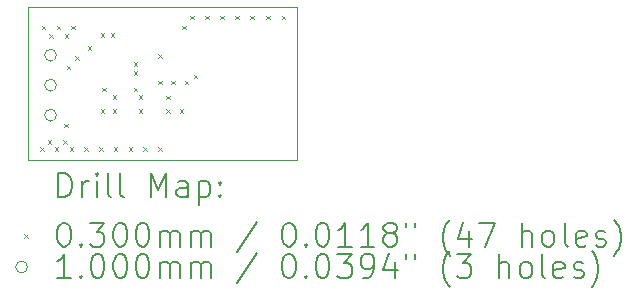
<source format=gbr>
%TF.GenerationSoftware,KiCad,Pcbnew,8.0.5-dirty*%
%TF.CreationDate,2025-05-16T12:44:24-07:00*%
%TF.ProjectId,yorp,796f7270-2e6b-4696-9361-645f70636258,rev?*%
%TF.SameCoordinates,Original*%
%TF.FileFunction,Drillmap*%
%TF.FilePolarity,Positive*%
%FSLAX45Y45*%
G04 Gerber Fmt 4.5, Leading zero omitted, Abs format (unit mm)*
G04 Created by KiCad (PCBNEW 8.0.5-dirty) date 2025-05-16 12:44:24*
%MOMM*%
%LPD*%
G01*
G04 APERTURE LIST*
%ADD10C,0.050000*%
%ADD11C,0.200000*%
%ADD12C,0.100000*%
G04 APERTURE END LIST*
D10*
X7307500Y-7886500D02*
X9582500Y-7886500D01*
X9582500Y-9180500D01*
X7307500Y-9180500D01*
X7307500Y-7886500D01*
D11*
D12*
X7410000Y-9075000D02*
X7440000Y-9105000D01*
X7440000Y-9075000D02*
X7410000Y-9105000D01*
X7425000Y-8045000D02*
X7455000Y-8075000D01*
X7455000Y-8045000D02*
X7425000Y-8075000D01*
X7475000Y-9015000D02*
X7505000Y-9045000D01*
X7505000Y-9015000D02*
X7475000Y-9045000D01*
X7490000Y-8115000D02*
X7520000Y-8145000D01*
X7520000Y-8115000D02*
X7490000Y-8145000D01*
X7535000Y-9075000D02*
X7565000Y-9105000D01*
X7565000Y-9075000D02*
X7535000Y-9105000D01*
X7550000Y-8045000D02*
X7580000Y-8075000D01*
X7580000Y-8045000D02*
X7550000Y-8075000D01*
X7605000Y-9015000D02*
X7635000Y-9045000D01*
X7635000Y-9015000D02*
X7605000Y-9045000D01*
X7615000Y-8875000D02*
X7645000Y-8905000D01*
X7645000Y-8875000D02*
X7615000Y-8905000D01*
X7620000Y-8115000D02*
X7650000Y-8145000D01*
X7650000Y-8115000D02*
X7620000Y-8145000D01*
X7635000Y-8382500D02*
X7665000Y-8412500D01*
X7665000Y-8382500D02*
X7635000Y-8412500D01*
X7660000Y-9075000D02*
X7690000Y-9105000D01*
X7690000Y-9075000D02*
X7660000Y-9105000D01*
X7675000Y-8045000D02*
X7705000Y-8075000D01*
X7705000Y-8045000D02*
X7675000Y-8075000D01*
X7710000Y-8302500D02*
X7740000Y-8332500D01*
X7740000Y-8302500D02*
X7710000Y-8332500D01*
X7785000Y-9075000D02*
X7815000Y-9105000D01*
X7815000Y-9075000D02*
X7785000Y-9105000D01*
X7815000Y-8220000D02*
X7845000Y-8250000D01*
X7845000Y-8220000D02*
X7815000Y-8250000D01*
X7910000Y-9075000D02*
X7940000Y-9105000D01*
X7940000Y-9075000D02*
X7910000Y-9105000D01*
X7922500Y-8107500D02*
X7952500Y-8137500D01*
X7952500Y-8107500D02*
X7922500Y-8137500D01*
X7925000Y-8750000D02*
X7955000Y-8780000D01*
X7955000Y-8750000D02*
X7925000Y-8780000D01*
X7935000Y-8567500D02*
X7965000Y-8597500D01*
X7965000Y-8567500D02*
X7935000Y-8597500D01*
X8010000Y-8109683D02*
X8040000Y-8139683D01*
X8040000Y-8109683D02*
X8010000Y-8139683D01*
X8027500Y-8635000D02*
X8057500Y-8665000D01*
X8057500Y-8635000D02*
X8027500Y-8665000D01*
X8027500Y-8750000D02*
X8057500Y-8780000D01*
X8057500Y-8750000D02*
X8027500Y-8780000D01*
X8035000Y-9075000D02*
X8065000Y-9105000D01*
X8065000Y-9075000D02*
X8035000Y-9105000D01*
X8160000Y-9075000D02*
X8190000Y-9105000D01*
X8190000Y-9075000D02*
X8160000Y-9105000D01*
X8202500Y-8355000D02*
X8232500Y-8385000D01*
X8232500Y-8355000D02*
X8202500Y-8385000D01*
X8202500Y-8430000D02*
X8232500Y-8460000D01*
X8232500Y-8430000D02*
X8202500Y-8460000D01*
X8205000Y-8567500D02*
X8235000Y-8597500D01*
X8235000Y-8567500D02*
X8205000Y-8597500D01*
X8245000Y-8635000D02*
X8275000Y-8665000D01*
X8275000Y-8635000D02*
X8245000Y-8665000D01*
X8245000Y-8750000D02*
X8275000Y-8780000D01*
X8275000Y-8750000D02*
X8245000Y-8780000D01*
X8285000Y-9075000D02*
X8315000Y-9105000D01*
X8315000Y-9075000D02*
X8285000Y-9105000D01*
X8410000Y-8285000D02*
X8440000Y-8315000D01*
X8440000Y-8285000D02*
X8410000Y-8315000D01*
X8410000Y-8510000D02*
X8440000Y-8540000D01*
X8440000Y-8510000D02*
X8410000Y-8540000D01*
X8410000Y-9075000D02*
X8440000Y-9105000D01*
X8440000Y-9075000D02*
X8410000Y-9105000D01*
X8477500Y-8637500D02*
X8507500Y-8667500D01*
X8507500Y-8637500D02*
X8477500Y-8667500D01*
X8477500Y-8752500D02*
X8507500Y-8782500D01*
X8507500Y-8752500D02*
X8477500Y-8782500D01*
X8520000Y-8510000D02*
X8550000Y-8540000D01*
X8550000Y-8510000D02*
X8520000Y-8540000D01*
X8592500Y-8752500D02*
X8622500Y-8782500D01*
X8622500Y-8752500D02*
X8592500Y-8782500D01*
X8612500Y-8045000D02*
X8642500Y-8075000D01*
X8642500Y-8045000D02*
X8612500Y-8075000D01*
X8635000Y-8510000D02*
X8665000Y-8540000D01*
X8665000Y-8510000D02*
X8635000Y-8540000D01*
X8682500Y-7960000D02*
X8712500Y-7990000D01*
X8712500Y-7960000D02*
X8682500Y-7990000D01*
X8710000Y-8460000D02*
X8740000Y-8490000D01*
X8740000Y-8460000D02*
X8710000Y-8490000D01*
X8810000Y-7960000D02*
X8840000Y-7990000D01*
X8840000Y-7960000D02*
X8810000Y-7990000D01*
X8937500Y-7960000D02*
X8967500Y-7990000D01*
X8967500Y-7960000D02*
X8937500Y-7990000D01*
X9065000Y-7960000D02*
X9095000Y-7990000D01*
X9095000Y-7960000D02*
X9065000Y-7990000D01*
X9190000Y-7960000D02*
X9220000Y-7990000D01*
X9220000Y-7960000D02*
X9190000Y-7990000D01*
X9327500Y-7960000D02*
X9357500Y-7990000D01*
X9357500Y-7960000D02*
X9327500Y-7990000D01*
X9455000Y-7960000D02*
X9485000Y-7990000D01*
X9485000Y-7960000D02*
X9455000Y-7990000D01*
X7550000Y-8293500D02*
G75*
G02*
X7450000Y-8293500I-50000J0D01*
G01*
X7450000Y-8293500D02*
G75*
G02*
X7550000Y-8293500I50000J0D01*
G01*
X7550000Y-8547500D02*
G75*
G02*
X7450000Y-8547500I-50000J0D01*
G01*
X7450000Y-8547500D02*
G75*
G02*
X7550000Y-8547500I50000J0D01*
G01*
X7550000Y-8801500D02*
G75*
G02*
X7450000Y-8801500I-50000J0D01*
G01*
X7450000Y-8801500D02*
G75*
G02*
X7550000Y-8801500I50000J0D01*
G01*
D11*
X7565777Y-9494484D02*
X7565777Y-9294484D01*
X7565777Y-9294484D02*
X7613396Y-9294484D01*
X7613396Y-9294484D02*
X7641967Y-9304008D01*
X7641967Y-9304008D02*
X7661015Y-9323055D01*
X7661015Y-9323055D02*
X7670539Y-9342103D01*
X7670539Y-9342103D02*
X7680062Y-9380198D01*
X7680062Y-9380198D02*
X7680062Y-9408770D01*
X7680062Y-9408770D02*
X7670539Y-9446865D01*
X7670539Y-9446865D02*
X7661015Y-9465912D01*
X7661015Y-9465912D02*
X7641967Y-9484960D01*
X7641967Y-9484960D02*
X7613396Y-9494484D01*
X7613396Y-9494484D02*
X7565777Y-9494484D01*
X7765777Y-9494484D02*
X7765777Y-9361150D01*
X7765777Y-9399246D02*
X7775301Y-9380198D01*
X7775301Y-9380198D02*
X7784824Y-9370674D01*
X7784824Y-9370674D02*
X7803872Y-9361150D01*
X7803872Y-9361150D02*
X7822920Y-9361150D01*
X7889586Y-9494484D02*
X7889586Y-9361150D01*
X7889586Y-9294484D02*
X7880062Y-9304008D01*
X7880062Y-9304008D02*
X7889586Y-9313531D01*
X7889586Y-9313531D02*
X7899110Y-9304008D01*
X7899110Y-9304008D02*
X7889586Y-9294484D01*
X7889586Y-9294484D02*
X7889586Y-9313531D01*
X8013396Y-9494484D02*
X7994348Y-9484960D01*
X7994348Y-9484960D02*
X7984824Y-9465912D01*
X7984824Y-9465912D02*
X7984824Y-9294484D01*
X8118158Y-9494484D02*
X8099110Y-9484960D01*
X8099110Y-9484960D02*
X8089586Y-9465912D01*
X8089586Y-9465912D02*
X8089586Y-9294484D01*
X8346729Y-9494484D02*
X8346729Y-9294484D01*
X8346729Y-9294484D02*
X8413396Y-9437341D01*
X8413396Y-9437341D02*
X8480063Y-9294484D01*
X8480063Y-9294484D02*
X8480063Y-9494484D01*
X8661015Y-9494484D02*
X8661015Y-9389722D01*
X8661015Y-9389722D02*
X8651491Y-9370674D01*
X8651491Y-9370674D02*
X8632444Y-9361150D01*
X8632444Y-9361150D02*
X8594348Y-9361150D01*
X8594348Y-9361150D02*
X8575301Y-9370674D01*
X8661015Y-9484960D02*
X8641967Y-9494484D01*
X8641967Y-9494484D02*
X8594348Y-9494484D01*
X8594348Y-9494484D02*
X8575301Y-9484960D01*
X8575301Y-9484960D02*
X8565777Y-9465912D01*
X8565777Y-9465912D02*
X8565777Y-9446865D01*
X8565777Y-9446865D02*
X8575301Y-9427817D01*
X8575301Y-9427817D02*
X8594348Y-9418293D01*
X8594348Y-9418293D02*
X8641967Y-9418293D01*
X8641967Y-9418293D02*
X8661015Y-9408770D01*
X8756253Y-9361150D02*
X8756253Y-9561150D01*
X8756253Y-9370674D02*
X8775301Y-9361150D01*
X8775301Y-9361150D02*
X8813396Y-9361150D01*
X8813396Y-9361150D02*
X8832444Y-9370674D01*
X8832444Y-9370674D02*
X8841967Y-9380198D01*
X8841967Y-9380198D02*
X8851491Y-9399246D01*
X8851491Y-9399246D02*
X8851491Y-9456389D01*
X8851491Y-9456389D02*
X8841967Y-9475436D01*
X8841967Y-9475436D02*
X8832444Y-9484960D01*
X8832444Y-9484960D02*
X8813396Y-9494484D01*
X8813396Y-9494484D02*
X8775301Y-9494484D01*
X8775301Y-9494484D02*
X8756253Y-9484960D01*
X8937205Y-9475436D02*
X8946729Y-9484960D01*
X8946729Y-9484960D02*
X8937205Y-9494484D01*
X8937205Y-9494484D02*
X8927682Y-9484960D01*
X8927682Y-9484960D02*
X8937205Y-9475436D01*
X8937205Y-9475436D02*
X8937205Y-9494484D01*
X8937205Y-9370674D02*
X8946729Y-9380198D01*
X8946729Y-9380198D02*
X8937205Y-9389722D01*
X8937205Y-9389722D02*
X8927682Y-9380198D01*
X8927682Y-9380198D02*
X8937205Y-9370674D01*
X8937205Y-9370674D02*
X8937205Y-9389722D01*
D12*
X7275000Y-9808000D02*
X7305000Y-9838000D01*
X7305000Y-9808000D02*
X7275000Y-9838000D01*
D11*
X7603872Y-9714484D02*
X7622920Y-9714484D01*
X7622920Y-9714484D02*
X7641967Y-9724008D01*
X7641967Y-9724008D02*
X7651491Y-9733531D01*
X7651491Y-9733531D02*
X7661015Y-9752579D01*
X7661015Y-9752579D02*
X7670539Y-9790674D01*
X7670539Y-9790674D02*
X7670539Y-9838293D01*
X7670539Y-9838293D02*
X7661015Y-9876389D01*
X7661015Y-9876389D02*
X7651491Y-9895436D01*
X7651491Y-9895436D02*
X7641967Y-9904960D01*
X7641967Y-9904960D02*
X7622920Y-9914484D01*
X7622920Y-9914484D02*
X7603872Y-9914484D01*
X7603872Y-9914484D02*
X7584824Y-9904960D01*
X7584824Y-9904960D02*
X7575301Y-9895436D01*
X7575301Y-9895436D02*
X7565777Y-9876389D01*
X7565777Y-9876389D02*
X7556253Y-9838293D01*
X7556253Y-9838293D02*
X7556253Y-9790674D01*
X7556253Y-9790674D02*
X7565777Y-9752579D01*
X7565777Y-9752579D02*
X7575301Y-9733531D01*
X7575301Y-9733531D02*
X7584824Y-9724008D01*
X7584824Y-9724008D02*
X7603872Y-9714484D01*
X7756253Y-9895436D02*
X7765777Y-9904960D01*
X7765777Y-9904960D02*
X7756253Y-9914484D01*
X7756253Y-9914484D02*
X7746729Y-9904960D01*
X7746729Y-9904960D02*
X7756253Y-9895436D01*
X7756253Y-9895436D02*
X7756253Y-9914484D01*
X7832443Y-9714484D02*
X7956253Y-9714484D01*
X7956253Y-9714484D02*
X7889586Y-9790674D01*
X7889586Y-9790674D02*
X7918158Y-9790674D01*
X7918158Y-9790674D02*
X7937205Y-9800198D01*
X7937205Y-9800198D02*
X7946729Y-9809722D01*
X7946729Y-9809722D02*
X7956253Y-9828770D01*
X7956253Y-9828770D02*
X7956253Y-9876389D01*
X7956253Y-9876389D02*
X7946729Y-9895436D01*
X7946729Y-9895436D02*
X7937205Y-9904960D01*
X7937205Y-9904960D02*
X7918158Y-9914484D01*
X7918158Y-9914484D02*
X7861015Y-9914484D01*
X7861015Y-9914484D02*
X7841967Y-9904960D01*
X7841967Y-9904960D02*
X7832443Y-9895436D01*
X8080062Y-9714484D02*
X8099110Y-9714484D01*
X8099110Y-9714484D02*
X8118158Y-9724008D01*
X8118158Y-9724008D02*
X8127682Y-9733531D01*
X8127682Y-9733531D02*
X8137205Y-9752579D01*
X8137205Y-9752579D02*
X8146729Y-9790674D01*
X8146729Y-9790674D02*
X8146729Y-9838293D01*
X8146729Y-9838293D02*
X8137205Y-9876389D01*
X8137205Y-9876389D02*
X8127682Y-9895436D01*
X8127682Y-9895436D02*
X8118158Y-9904960D01*
X8118158Y-9904960D02*
X8099110Y-9914484D01*
X8099110Y-9914484D02*
X8080062Y-9914484D01*
X8080062Y-9914484D02*
X8061015Y-9904960D01*
X8061015Y-9904960D02*
X8051491Y-9895436D01*
X8051491Y-9895436D02*
X8041967Y-9876389D01*
X8041967Y-9876389D02*
X8032443Y-9838293D01*
X8032443Y-9838293D02*
X8032443Y-9790674D01*
X8032443Y-9790674D02*
X8041967Y-9752579D01*
X8041967Y-9752579D02*
X8051491Y-9733531D01*
X8051491Y-9733531D02*
X8061015Y-9724008D01*
X8061015Y-9724008D02*
X8080062Y-9714484D01*
X8270539Y-9714484D02*
X8289586Y-9714484D01*
X8289586Y-9714484D02*
X8308634Y-9724008D01*
X8308634Y-9724008D02*
X8318158Y-9733531D01*
X8318158Y-9733531D02*
X8327682Y-9752579D01*
X8327682Y-9752579D02*
X8337205Y-9790674D01*
X8337205Y-9790674D02*
X8337205Y-9838293D01*
X8337205Y-9838293D02*
X8327682Y-9876389D01*
X8327682Y-9876389D02*
X8318158Y-9895436D01*
X8318158Y-9895436D02*
X8308634Y-9904960D01*
X8308634Y-9904960D02*
X8289586Y-9914484D01*
X8289586Y-9914484D02*
X8270539Y-9914484D01*
X8270539Y-9914484D02*
X8251491Y-9904960D01*
X8251491Y-9904960D02*
X8241967Y-9895436D01*
X8241967Y-9895436D02*
X8232443Y-9876389D01*
X8232443Y-9876389D02*
X8222920Y-9838293D01*
X8222920Y-9838293D02*
X8222920Y-9790674D01*
X8222920Y-9790674D02*
X8232443Y-9752579D01*
X8232443Y-9752579D02*
X8241967Y-9733531D01*
X8241967Y-9733531D02*
X8251491Y-9724008D01*
X8251491Y-9724008D02*
X8270539Y-9714484D01*
X8422920Y-9914484D02*
X8422920Y-9781150D01*
X8422920Y-9800198D02*
X8432444Y-9790674D01*
X8432444Y-9790674D02*
X8451491Y-9781150D01*
X8451491Y-9781150D02*
X8480063Y-9781150D01*
X8480063Y-9781150D02*
X8499110Y-9790674D01*
X8499110Y-9790674D02*
X8508634Y-9809722D01*
X8508634Y-9809722D02*
X8508634Y-9914484D01*
X8508634Y-9809722D02*
X8518158Y-9790674D01*
X8518158Y-9790674D02*
X8537205Y-9781150D01*
X8537205Y-9781150D02*
X8565777Y-9781150D01*
X8565777Y-9781150D02*
X8584825Y-9790674D01*
X8584825Y-9790674D02*
X8594348Y-9809722D01*
X8594348Y-9809722D02*
X8594348Y-9914484D01*
X8689586Y-9914484D02*
X8689586Y-9781150D01*
X8689586Y-9800198D02*
X8699110Y-9790674D01*
X8699110Y-9790674D02*
X8718158Y-9781150D01*
X8718158Y-9781150D02*
X8746729Y-9781150D01*
X8746729Y-9781150D02*
X8765777Y-9790674D01*
X8765777Y-9790674D02*
X8775301Y-9809722D01*
X8775301Y-9809722D02*
X8775301Y-9914484D01*
X8775301Y-9809722D02*
X8784825Y-9790674D01*
X8784825Y-9790674D02*
X8803872Y-9781150D01*
X8803872Y-9781150D02*
X8832444Y-9781150D01*
X8832444Y-9781150D02*
X8851491Y-9790674D01*
X8851491Y-9790674D02*
X8861015Y-9809722D01*
X8861015Y-9809722D02*
X8861015Y-9914484D01*
X9251491Y-9704960D02*
X9080063Y-9962103D01*
X9508634Y-9714484D02*
X9527682Y-9714484D01*
X9527682Y-9714484D02*
X9546729Y-9724008D01*
X9546729Y-9724008D02*
X9556253Y-9733531D01*
X9556253Y-9733531D02*
X9565777Y-9752579D01*
X9565777Y-9752579D02*
X9575301Y-9790674D01*
X9575301Y-9790674D02*
X9575301Y-9838293D01*
X9575301Y-9838293D02*
X9565777Y-9876389D01*
X9565777Y-9876389D02*
X9556253Y-9895436D01*
X9556253Y-9895436D02*
X9546729Y-9904960D01*
X9546729Y-9904960D02*
X9527682Y-9914484D01*
X9527682Y-9914484D02*
X9508634Y-9914484D01*
X9508634Y-9914484D02*
X9489587Y-9904960D01*
X9489587Y-9904960D02*
X9480063Y-9895436D01*
X9480063Y-9895436D02*
X9470539Y-9876389D01*
X9470539Y-9876389D02*
X9461015Y-9838293D01*
X9461015Y-9838293D02*
X9461015Y-9790674D01*
X9461015Y-9790674D02*
X9470539Y-9752579D01*
X9470539Y-9752579D02*
X9480063Y-9733531D01*
X9480063Y-9733531D02*
X9489587Y-9724008D01*
X9489587Y-9724008D02*
X9508634Y-9714484D01*
X9661015Y-9895436D02*
X9670539Y-9904960D01*
X9670539Y-9904960D02*
X9661015Y-9914484D01*
X9661015Y-9914484D02*
X9651491Y-9904960D01*
X9651491Y-9904960D02*
X9661015Y-9895436D01*
X9661015Y-9895436D02*
X9661015Y-9914484D01*
X9794348Y-9714484D02*
X9813396Y-9714484D01*
X9813396Y-9714484D02*
X9832444Y-9724008D01*
X9832444Y-9724008D02*
X9841968Y-9733531D01*
X9841968Y-9733531D02*
X9851491Y-9752579D01*
X9851491Y-9752579D02*
X9861015Y-9790674D01*
X9861015Y-9790674D02*
X9861015Y-9838293D01*
X9861015Y-9838293D02*
X9851491Y-9876389D01*
X9851491Y-9876389D02*
X9841968Y-9895436D01*
X9841968Y-9895436D02*
X9832444Y-9904960D01*
X9832444Y-9904960D02*
X9813396Y-9914484D01*
X9813396Y-9914484D02*
X9794348Y-9914484D01*
X9794348Y-9914484D02*
X9775301Y-9904960D01*
X9775301Y-9904960D02*
X9765777Y-9895436D01*
X9765777Y-9895436D02*
X9756253Y-9876389D01*
X9756253Y-9876389D02*
X9746729Y-9838293D01*
X9746729Y-9838293D02*
X9746729Y-9790674D01*
X9746729Y-9790674D02*
X9756253Y-9752579D01*
X9756253Y-9752579D02*
X9765777Y-9733531D01*
X9765777Y-9733531D02*
X9775301Y-9724008D01*
X9775301Y-9724008D02*
X9794348Y-9714484D01*
X10051491Y-9914484D02*
X9937206Y-9914484D01*
X9994348Y-9914484D02*
X9994348Y-9714484D01*
X9994348Y-9714484D02*
X9975301Y-9743055D01*
X9975301Y-9743055D02*
X9956253Y-9762103D01*
X9956253Y-9762103D02*
X9937206Y-9771627D01*
X10241968Y-9914484D02*
X10127682Y-9914484D01*
X10184825Y-9914484D02*
X10184825Y-9714484D01*
X10184825Y-9714484D02*
X10165777Y-9743055D01*
X10165777Y-9743055D02*
X10146729Y-9762103D01*
X10146729Y-9762103D02*
X10127682Y-9771627D01*
X10356253Y-9800198D02*
X10337206Y-9790674D01*
X10337206Y-9790674D02*
X10327682Y-9781150D01*
X10327682Y-9781150D02*
X10318158Y-9762103D01*
X10318158Y-9762103D02*
X10318158Y-9752579D01*
X10318158Y-9752579D02*
X10327682Y-9733531D01*
X10327682Y-9733531D02*
X10337206Y-9724008D01*
X10337206Y-9724008D02*
X10356253Y-9714484D01*
X10356253Y-9714484D02*
X10394349Y-9714484D01*
X10394349Y-9714484D02*
X10413396Y-9724008D01*
X10413396Y-9724008D02*
X10422920Y-9733531D01*
X10422920Y-9733531D02*
X10432444Y-9752579D01*
X10432444Y-9752579D02*
X10432444Y-9762103D01*
X10432444Y-9762103D02*
X10422920Y-9781150D01*
X10422920Y-9781150D02*
X10413396Y-9790674D01*
X10413396Y-9790674D02*
X10394349Y-9800198D01*
X10394349Y-9800198D02*
X10356253Y-9800198D01*
X10356253Y-9800198D02*
X10337206Y-9809722D01*
X10337206Y-9809722D02*
X10327682Y-9819246D01*
X10327682Y-9819246D02*
X10318158Y-9838293D01*
X10318158Y-9838293D02*
X10318158Y-9876389D01*
X10318158Y-9876389D02*
X10327682Y-9895436D01*
X10327682Y-9895436D02*
X10337206Y-9904960D01*
X10337206Y-9904960D02*
X10356253Y-9914484D01*
X10356253Y-9914484D02*
X10394349Y-9914484D01*
X10394349Y-9914484D02*
X10413396Y-9904960D01*
X10413396Y-9904960D02*
X10422920Y-9895436D01*
X10422920Y-9895436D02*
X10432444Y-9876389D01*
X10432444Y-9876389D02*
X10432444Y-9838293D01*
X10432444Y-9838293D02*
X10422920Y-9819246D01*
X10422920Y-9819246D02*
X10413396Y-9809722D01*
X10413396Y-9809722D02*
X10394349Y-9800198D01*
X10508634Y-9714484D02*
X10508634Y-9752579D01*
X10584825Y-9714484D02*
X10584825Y-9752579D01*
X10880063Y-9990674D02*
X10870539Y-9981150D01*
X10870539Y-9981150D02*
X10851491Y-9952579D01*
X10851491Y-9952579D02*
X10841968Y-9933531D01*
X10841968Y-9933531D02*
X10832444Y-9904960D01*
X10832444Y-9904960D02*
X10822920Y-9857341D01*
X10822920Y-9857341D02*
X10822920Y-9819246D01*
X10822920Y-9819246D02*
X10832444Y-9771627D01*
X10832444Y-9771627D02*
X10841968Y-9743055D01*
X10841968Y-9743055D02*
X10851491Y-9724008D01*
X10851491Y-9724008D02*
X10870539Y-9695436D01*
X10870539Y-9695436D02*
X10880063Y-9685912D01*
X11041968Y-9781150D02*
X11041968Y-9914484D01*
X10994349Y-9704960D02*
X10946730Y-9847817D01*
X10946730Y-9847817D02*
X11070539Y-9847817D01*
X11127682Y-9714484D02*
X11261015Y-9714484D01*
X11261015Y-9714484D02*
X11175301Y-9914484D01*
X11489587Y-9914484D02*
X11489587Y-9714484D01*
X11575301Y-9914484D02*
X11575301Y-9809722D01*
X11575301Y-9809722D02*
X11565777Y-9790674D01*
X11565777Y-9790674D02*
X11546730Y-9781150D01*
X11546730Y-9781150D02*
X11518158Y-9781150D01*
X11518158Y-9781150D02*
X11499110Y-9790674D01*
X11499110Y-9790674D02*
X11489587Y-9800198D01*
X11699110Y-9914484D02*
X11680063Y-9904960D01*
X11680063Y-9904960D02*
X11670539Y-9895436D01*
X11670539Y-9895436D02*
X11661015Y-9876389D01*
X11661015Y-9876389D02*
X11661015Y-9819246D01*
X11661015Y-9819246D02*
X11670539Y-9800198D01*
X11670539Y-9800198D02*
X11680063Y-9790674D01*
X11680063Y-9790674D02*
X11699110Y-9781150D01*
X11699110Y-9781150D02*
X11727682Y-9781150D01*
X11727682Y-9781150D02*
X11746730Y-9790674D01*
X11746730Y-9790674D02*
X11756253Y-9800198D01*
X11756253Y-9800198D02*
X11765777Y-9819246D01*
X11765777Y-9819246D02*
X11765777Y-9876389D01*
X11765777Y-9876389D02*
X11756253Y-9895436D01*
X11756253Y-9895436D02*
X11746730Y-9904960D01*
X11746730Y-9904960D02*
X11727682Y-9914484D01*
X11727682Y-9914484D02*
X11699110Y-9914484D01*
X11880063Y-9914484D02*
X11861015Y-9904960D01*
X11861015Y-9904960D02*
X11851491Y-9885912D01*
X11851491Y-9885912D02*
X11851491Y-9714484D01*
X12032444Y-9904960D02*
X12013396Y-9914484D01*
X12013396Y-9914484D02*
X11975301Y-9914484D01*
X11975301Y-9914484D02*
X11956253Y-9904960D01*
X11956253Y-9904960D02*
X11946730Y-9885912D01*
X11946730Y-9885912D02*
X11946730Y-9809722D01*
X11946730Y-9809722D02*
X11956253Y-9790674D01*
X11956253Y-9790674D02*
X11975301Y-9781150D01*
X11975301Y-9781150D02*
X12013396Y-9781150D01*
X12013396Y-9781150D02*
X12032444Y-9790674D01*
X12032444Y-9790674D02*
X12041968Y-9809722D01*
X12041968Y-9809722D02*
X12041968Y-9828770D01*
X12041968Y-9828770D02*
X11946730Y-9847817D01*
X12118158Y-9904960D02*
X12137206Y-9914484D01*
X12137206Y-9914484D02*
X12175301Y-9914484D01*
X12175301Y-9914484D02*
X12194349Y-9904960D01*
X12194349Y-9904960D02*
X12203872Y-9885912D01*
X12203872Y-9885912D02*
X12203872Y-9876389D01*
X12203872Y-9876389D02*
X12194349Y-9857341D01*
X12194349Y-9857341D02*
X12175301Y-9847817D01*
X12175301Y-9847817D02*
X12146730Y-9847817D01*
X12146730Y-9847817D02*
X12127682Y-9838293D01*
X12127682Y-9838293D02*
X12118158Y-9819246D01*
X12118158Y-9819246D02*
X12118158Y-9809722D01*
X12118158Y-9809722D02*
X12127682Y-9790674D01*
X12127682Y-9790674D02*
X12146730Y-9781150D01*
X12146730Y-9781150D02*
X12175301Y-9781150D01*
X12175301Y-9781150D02*
X12194349Y-9790674D01*
X12270539Y-9990674D02*
X12280063Y-9981150D01*
X12280063Y-9981150D02*
X12299111Y-9952579D01*
X12299111Y-9952579D02*
X12308634Y-9933531D01*
X12308634Y-9933531D02*
X12318158Y-9904960D01*
X12318158Y-9904960D02*
X12327682Y-9857341D01*
X12327682Y-9857341D02*
X12327682Y-9819246D01*
X12327682Y-9819246D02*
X12318158Y-9771627D01*
X12318158Y-9771627D02*
X12308634Y-9743055D01*
X12308634Y-9743055D02*
X12299111Y-9724008D01*
X12299111Y-9724008D02*
X12280063Y-9695436D01*
X12280063Y-9695436D02*
X12270539Y-9685912D01*
D12*
X7305000Y-10087000D02*
G75*
G02*
X7205000Y-10087000I-50000J0D01*
G01*
X7205000Y-10087000D02*
G75*
G02*
X7305000Y-10087000I50000J0D01*
G01*
D11*
X7670539Y-10178484D02*
X7556253Y-10178484D01*
X7613396Y-10178484D02*
X7613396Y-9978484D01*
X7613396Y-9978484D02*
X7594348Y-10007055D01*
X7594348Y-10007055D02*
X7575301Y-10026103D01*
X7575301Y-10026103D02*
X7556253Y-10035627D01*
X7756253Y-10159436D02*
X7765777Y-10168960D01*
X7765777Y-10168960D02*
X7756253Y-10178484D01*
X7756253Y-10178484D02*
X7746729Y-10168960D01*
X7746729Y-10168960D02*
X7756253Y-10159436D01*
X7756253Y-10159436D02*
X7756253Y-10178484D01*
X7889586Y-9978484D02*
X7908634Y-9978484D01*
X7908634Y-9978484D02*
X7927682Y-9988008D01*
X7927682Y-9988008D02*
X7937205Y-9997531D01*
X7937205Y-9997531D02*
X7946729Y-10016579D01*
X7946729Y-10016579D02*
X7956253Y-10054674D01*
X7956253Y-10054674D02*
X7956253Y-10102293D01*
X7956253Y-10102293D02*
X7946729Y-10140389D01*
X7946729Y-10140389D02*
X7937205Y-10159436D01*
X7937205Y-10159436D02*
X7927682Y-10168960D01*
X7927682Y-10168960D02*
X7908634Y-10178484D01*
X7908634Y-10178484D02*
X7889586Y-10178484D01*
X7889586Y-10178484D02*
X7870539Y-10168960D01*
X7870539Y-10168960D02*
X7861015Y-10159436D01*
X7861015Y-10159436D02*
X7851491Y-10140389D01*
X7851491Y-10140389D02*
X7841967Y-10102293D01*
X7841967Y-10102293D02*
X7841967Y-10054674D01*
X7841967Y-10054674D02*
X7851491Y-10016579D01*
X7851491Y-10016579D02*
X7861015Y-9997531D01*
X7861015Y-9997531D02*
X7870539Y-9988008D01*
X7870539Y-9988008D02*
X7889586Y-9978484D01*
X8080062Y-9978484D02*
X8099110Y-9978484D01*
X8099110Y-9978484D02*
X8118158Y-9988008D01*
X8118158Y-9988008D02*
X8127682Y-9997531D01*
X8127682Y-9997531D02*
X8137205Y-10016579D01*
X8137205Y-10016579D02*
X8146729Y-10054674D01*
X8146729Y-10054674D02*
X8146729Y-10102293D01*
X8146729Y-10102293D02*
X8137205Y-10140389D01*
X8137205Y-10140389D02*
X8127682Y-10159436D01*
X8127682Y-10159436D02*
X8118158Y-10168960D01*
X8118158Y-10168960D02*
X8099110Y-10178484D01*
X8099110Y-10178484D02*
X8080062Y-10178484D01*
X8080062Y-10178484D02*
X8061015Y-10168960D01*
X8061015Y-10168960D02*
X8051491Y-10159436D01*
X8051491Y-10159436D02*
X8041967Y-10140389D01*
X8041967Y-10140389D02*
X8032443Y-10102293D01*
X8032443Y-10102293D02*
X8032443Y-10054674D01*
X8032443Y-10054674D02*
X8041967Y-10016579D01*
X8041967Y-10016579D02*
X8051491Y-9997531D01*
X8051491Y-9997531D02*
X8061015Y-9988008D01*
X8061015Y-9988008D02*
X8080062Y-9978484D01*
X8270539Y-9978484D02*
X8289586Y-9978484D01*
X8289586Y-9978484D02*
X8308634Y-9988008D01*
X8308634Y-9988008D02*
X8318158Y-9997531D01*
X8318158Y-9997531D02*
X8327682Y-10016579D01*
X8327682Y-10016579D02*
X8337205Y-10054674D01*
X8337205Y-10054674D02*
X8337205Y-10102293D01*
X8337205Y-10102293D02*
X8327682Y-10140389D01*
X8327682Y-10140389D02*
X8318158Y-10159436D01*
X8318158Y-10159436D02*
X8308634Y-10168960D01*
X8308634Y-10168960D02*
X8289586Y-10178484D01*
X8289586Y-10178484D02*
X8270539Y-10178484D01*
X8270539Y-10178484D02*
X8251491Y-10168960D01*
X8251491Y-10168960D02*
X8241967Y-10159436D01*
X8241967Y-10159436D02*
X8232443Y-10140389D01*
X8232443Y-10140389D02*
X8222920Y-10102293D01*
X8222920Y-10102293D02*
X8222920Y-10054674D01*
X8222920Y-10054674D02*
X8232443Y-10016579D01*
X8232443Y-10016579D02*
X8241967Y-9997531D01*
X8241967Y-9997531D02*
X8251491Y-9988008D01*
X8251491Y-9988008D02*
X8270539Y-9978484D01*
X8422920Y-10178484D02*
X8422920Y-10045150D01*
X8422920Y-10064198D02*
X8432444Y-10054674D01*
X8432444Y-10054674D02*
X8451491Y-10045150D01*
X8451491Y-10045150D02*
X8480063Y-10045150D01*
X8480063Y-10045150D02*
X8499110Y-10054674D01*
X8499110Y-10054674D02*
X8508634Y-10073722D01*
X8508634Y-10073722D02*
X8508634Y-10178484D01*
X8508634Y-10073722D02*
X8518158Y-10054674D01*
X8518158Y-10054674D02*
X8537205Y-10045150D01*
X8537205Y-10045150D02*
X8565777Y-10045150D01*
X8565777Y-10045150D02*
X8584825Y-10054674D01*
X8584825Y-10054674D02*
X8594348Y-10073722D01*
X8594348Y-10073722D02*
X8594348Y-10178484D01*
X8689586Y-10178484D02*
X8689586Y-10045150D01*
X8689586Y-10064198D02*
X8699110Y-10054674D01*
X8699110Y-10054674D02*
X8718158Y-10045150D01*
X8718158Y-10045150D02*
X8746729Y-10045150D01*
X8746729Y-10045150D02*
X8765777Y-10054674D01*
X8765777Y-10054674D02*
X8775301Y-10073722D01*
X8775301Y-10073722D02*
X8775301Y-10178484D01*
X8775301Y-10073722D02*
X8784825Y-10054674D01*
X8784825Y-10054674D02*
X8803872Y-10045150D01*
X8803872Y-10045150D02*
X8832444Y-10045150D01*
X8832444Y-10045150D02*
X8851491Y-10054674D01*
X8851491Y-10054674D02*
X8861015Y-10073722D01*
X8861015Y-10073722D02*
X8861015Y-10178484D01*
X9251491Y-9968960D02*
X9080063Y-10226103D01*
X9508634Y-9978484D02*
X9527682Y-9978484D01*
X9527682Y-9978484D02*
X9546729Y-9988008D01*
X9546729Y-9988008D02*
X9556253Y-9997531D01*
X9556253Y-9997531D02*
X9565777Y-10016579D01*
X9565777Y-10016579D02*
X9575301Y-10054674D01*
X9575301Y-10054674D02*
X9575301Y-10102293D01*
X9575301Y-10102293D02*
X9565777Y-10140389D01*
X9565777Y-10140389D02*
X9556253Y-10159436D01*
X9556253Y-10159436D02*
X9546729Y-10168960D01*
X9546729Y-10168960D02*
X9527682Y-10178484D01*
X9527682Y-10178484D02*
X9508634Y-10178484D01*
X9508634Y-10178484D02*
X9489587Y-10168960D01*
X9489587Y-10168960D02*
X9480063Y-10159436D01*
X9480063Y-10159436D02*
X9470539Y-10140389D01*
X9470539Y-10140389D02*
X9461015Y-10102293D01*
X9461015Y-10102293D02*
X9461015Y-10054674D01*
X9461015Y-10054674D02*
X9470539Y-10016579D01*
X9470539Y-10016579D02*
X9480063Y-9997531D01*
X9480063Y-9997531D02*
X9489587Y-9988008D01*
X9489587Y-9988008D02*
X9508634Y-9978484D01*
X9661015Y-10159436D02*
X9670539Y-10168960D01*
X9670539Y-10168960D02*
X9661015Y-10178484D01*
X9661015Y-10178484D02*
X9651491Y-10168960D01*
X9651491Y-10168960D02*
X9661015Y-10159436D01*
X9661015Y-10159436D02*
X9661015Y-10178484D01*
X9794348Y-9978484D02*
X9813396Y-9978484D01*
X9813396Y-9978484D02*
X9832444Y-9988008D01*
X9832444Y-9988008D02*
X9841968Y-9997531D01*
X9841968Y-9997531D02*
X9851491Y-10016579D01*
X9851491Y-10016579D02*
X9861015Y-10054674D01*
X9861015Y-10054674D02*
X9861015Y-10102293D01*
X9861015Y-10102293D02*
X9851491Y-10140389D01*
X9851491Y-10140389D02*
X9841968Y-10159436D01*
X9841968Y-10159436D02*
X9832444Y-10168960D01*
X9832444Y-10168960D02*
X9813396Y-10178484D01*
X9813396Y-10178484D02*
X9794348Y-10178484D01*
X9794348Y-10178484D02*
X9775301Y-10168960D01*
X9775301Y-10168960D02*
X9765777Y-10159436D01*
X9765777Y-10159436D02*
X9756253Y-10140389D01*
X9756253Y-10140389D02*
X9746729Y-10102293D01*
X9746729Y-10102293D02*
X9746729Y-10054674D01*
X9746729Y-10054674D02*
X9756253Y-10016579D01*
X9756253Y-10016579D02*
X9765777Y-9997531D01*
X9765777Y-9997531D02*
X9775301Y-9988008D01*
X9775301Y-9988008D02*
X9794348Y-9978484D01*
X9927682Y-9978484D02*
X10051491Y-9978484D01*
X10051491Y-9978484D02*
X9984825Y-10054674D01*
X9984825Y-10054674D02*
X10013396Y-10054674D01*
X10013396Y-10054674D02*
X10032444Y-10064198D01*
X10032444Y-10064198D02*
X10041968Y-10073722D01*
X10041968Y-10073722D02*
X10051491Y-10092770D01*
X10051491Y-10092770D02*
X10051491Y-10140389D01*
X10051491Y-10140389D02*
X10041968Y-10159436D01*
X10041968Y-10159436D02*
X10032444Y-10168960D01*
X10032444Y-10168960D02*
X10013396Y-10178484D01*
X10013396Y-10178484D02*
X9956253Y-10178484D01*
X9956253Y-10178484D02*
X9937206Y-10168960D01*
X9937206Y-10168960D02*
X9927682Y-10159436D01*
X10146729Y-10178484D02*
X10184825Y-10178484D01*
X10184825Y-10178484D02*
X10203872Y-10168960D01*
X10203872Y-10168960D02*
X10213396Y-10159436D01*
X10213396Y-10159436D02*
X10232444Y-10130865D01*
X10232444Y-10130865D02*
X10241968Y-10092770D01*
X10241968Y-10092770D02*
X10241968Y-10016579D01*
X10241968Y-10016579D02*
X10232444Y-9997531D01*
X10232444Y-9997531D02*
X10222920Y-9988008D01*
X10222920Y-9988008D02*
X10203872Y-9978484D01*
X10203872Y-9978484D02*
X10165777Y-9978484D01*
X10165777Y-9978484D02*
X10146729Y-9988008D01*
X10146729Y-9988008D02*
X10137206Y-9997531D01*
X10137206Y-9997531D02*
X10127682Y-10016579D01*
X10127682Y-10016579D02*
X10127682Y-10064198D01*
X10127682Y-10064198D02*
X10137206Y-10083246D01*
X10137206Y-10083246D02*
X10146729Y-10092770D01*
X10146729Y-10092770D02*
X10165777Y-10102293D01*
X10165777Y-10102293D02*
X10203872Y-10102293D01*
X10203872Y-10102293D02*
X10222920Y-10092770D01*
X10222920Y-10092770D02*
X10232444Y-10083246D01*
X10232444Y-10083246D02*
X10241968Y-10064198D01*
X10413396Y-10045150D02*
X10413396Y-10178484D01*
X10365777Y-9968960D02*
X10318158Y-10111817D01*
X10318158Y-10111817D02*
X10441968Y-10111817D01*
X10508634Y-9978484D02*
X10508634Y-10016579D01*
X10584825Y-9978484D02*
X10584825Y-10016579D01*
X10880063Y-10254674D02*
X10870539Y-10245150D01*
X10870539Y-10245150D02*
X10851491Y-10216579D01*
X10851491Y-10216579D02*
X10841968Y-10197531D01*
X10841968Y-10197531D02*
X10832444Y-10168960D01*
X10832444Y-10168960D02*
X10822920Y-10121341D01*
X10822920Y-10121341D02*
X10822920Y-10083246D01*
X10822920Y-10083246D02*
X10832444Y-10035627D01*
X10832444Y-10035627D02*
X10841968Y-10007055D01*
X10841968Y-10007055D02*
X10851491Y-9988008D01*
X10851491Y-9988008D02*
X10870539Y-9959436D01*
X10870539Y-9959436D02*
X10880063Y-9949912D01*
X10937206Y-9978484D02*
X11061015Y-9978484D01*
X11061015Y-9978484D02*
X10994349Y-10054674D01*
X10994349Y-10054674D02*
X11022920Y-10054674D01*
X11022920Y-10054674D02*
X11041968Y-10064198D01*
X11041968Y-10064198D02*
X11051491Y-10073722D01*
X11051491Y-10073722D02*
X11061015Y-10092770D01*
X11061015Y-10092770D02*
X11061015Y-10140389D01*
X11061015Y-10140389D02*
X11051491Y-10159436D01*
X11051491Y-10159436D02*
X11041968Y-10168960D01*
X11041968Y-10168960D02*
X11022920Y-10178484D01*
X11022920Y-10178484D02*
X10965777Y-10178484D01*
X10965777Y-10178484D02*
X10946730Y-10168960D01*
X10946730Y-10168960D02*
X10937206Y-10159436D01*
X11299110Y-10178484D02*
X11299110Y-9978484D01*
X11384825Y-10178484D02*
X11384825Y-10073722D01*
X11384825Y-10073722D02*
X11375301Y-10054674D01*
X11375301Y-10054674D02*
X11356253Y-10045150D01*
X11356253Y-10045150D02*
X11327682Y-10045150D01*
X11327682Y-10045150D02*
X11308634Y-10054674D01*
X11308634Y-10054674D02*
X11299110Y-10064198D01*
X11508634Y-10178484D02*
X11489587Y-10168960D01*
X11489587Y-10168960D02*
X11480063Y-10159436D01*
X11480063Y-10159436D02*
X11470539Y-10140389D01*
X11470539Y-10140389D02*
X11470539Y-10083246D01*
X11470539Y-10083246D02*
X11480063Y-10064198D01*
X11480063Y-10064198D02*
X11489587Y-10054674D01*
X11489587Y-10054674D02*
X11508634Y-10045150D01*
X11508634Y-10045150D02*
X11537206Y-10045150D01*
X11537206Y-10045150D02*
X11556253Y-10054674D01*
X11556253Y-10054674D02*
X11565777Y-10064198D01*
X11565777Y-10064198D02*
X11575301Y-10083246D01*
X11575301Y-10083246D02*
X11575301Y-10140389D01*
X11575301Y-10140389D02*
X11565777Y-10159436D01*
X11565777Y-10159436D02*
X11556253Y-10168960D01*
X11556253Y-10168960D02*
X11537206Y-10178484D01*
X11537206Y-10178484D02*
X11508634Y-10178484D01*
X11689587Y-10178484D02*
X11670539Y-10168960D01*
X11670539Y-10168960D02*
X11661015Y-10149912D01*
X11661015Y-10149912D02*
X11661015Y-9978484D01*
X11841968Y-10168960D02*
X11822920Y-10178484D01*
X11822920Y-10178484D02*
X11784825Y-10178484D01*
X11784825Y-10178484D02*
X11765777Y-10168960D01*
X11765777Y-10168960D02*
X11756253Y-10149912D01*
X11756253Y-10149912D02*
X11756253Y-10073722D01*
X11756253Y-10073722D02*
X11765777Y-10054674D01*
X11765777Y-10054674D02*
X11784825Y-10045150D01*
X11784825Y-10045150D02*
X11822920Y-10045150D01*
X11822920Y-10045150D02*
X11841968Y-10054674D01*
X11841968Y-10054674D02*
X11851491Y-10073722D01*
X11851491Y-10073722D02*
X11851491Y-10092770D01*
X11851491Y-10092770D02*
X11756253Y-10111817D01*
X11927682Y-10168960D02*
X11946730Y-10178484D01*
X11946730Y-10178484D02*
X11984825Y-10178484D01*
X11984825Y-10178484D02*
X12003872Y-10168960D01*
X12003872Y-10168960D02*
X12013396Y-10149912D01*
X12013396Y-10149912D02*
X12013396Y-10140389D01*
X12013396Y-10140389D02*
X12003872Y-10121341D01*
X12003872Y-10121341D02*
X11984825Y-10111817D01*
X11984825Y-10111817D02*
X11956253Y-10111817D01*
X11956253Y-10111817D02*
X11937206Y-10102293D01*
X11937206Y-10102293D02*
X11927682Y-10083246D01*
X11927682Y-10083246D02*
X11927682Y-10073722D01*
X11927682Y-10073722D02*
X11937206Y-10054674D01*
X11937206Y-10054674D02*
X11956253Y-10045150D01*
X11956253Y-10045150D02*
X11984825Y-10045150D01*
X11984825Y-10045150D02*
X12003872Y-10054674D01*
X12080063Y-10254674D02*
X12089587Y-10245150D01*
X12089587Y-10245150D02*
X12108634Y-10216579D01*
X12108634Y-10216579D02*
X12118158Y-10197531D01*
X12118158Y-10197531D02*
X12127682Y-10168960D01*
X12127682Y-10168960D02*
X12137206Y-10121341D01*
X12137206Y-10121341D02*
X12137206Y-10083246D01*
X12137206Y-10083246D02*
X12127682Y-10035627D01*
X12127682Y-10035627D02*
X12118158Y-10007055D01*
X12118158Y-10007055D02*
X12108634Y-9988008D01*
X12108634Y-9988008D02*
X12089587Y-9959436D01*
X12089587Y-9959436D02*
X12080063Y-9949912D01*
M02*

</source>
